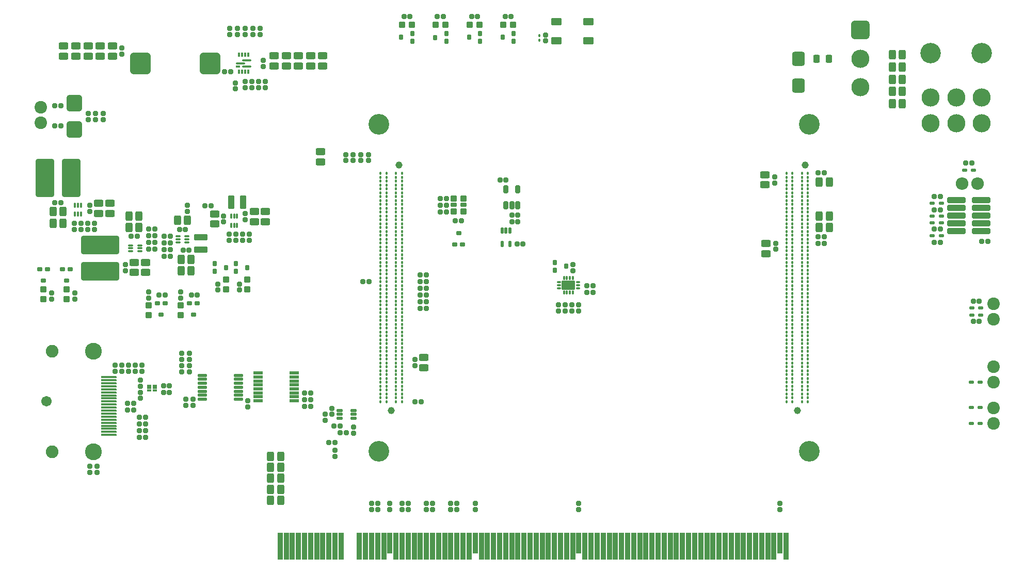
<source format=gts>
G04*
G04 #@! TF.GenerationSoftware,Altium Limited,Altium Designer,25.2.1 (25)*
G04*
G04 Layer_Color=8388736*
%FSLAX44Y44*%
%MOMM*%
G71*
G04*
G04 #@! TF.SameCoordinates,1675D247-2589-475D-A358-125397F96DBE*
G04*
G04*
G04 #@! TF.FilePolarity,Negative*
G04*
G01*
G75*
G04:AMPARAMS|DCode=52|XSize=1.0032mm|YSize=1.0032mm|CornerRadius=0.2016mm|HoleSize=0mm|Usage=FLASHONLY|Rotation=90.000|XOffset=0mm|YOffset=0mm|HoleType=Round|Shape=RoundedRectangle|*
%AMROUNDEDRECTD52*
21,1,1.0032,0.6000,0,0,90.0*
21,1,0.6000,1.0032,0,0,90.0*
1,1,0.4032,0.3000,0.3000*
1,1,0.4032,0.3000,-0.3000*
1,1,0.4032,-0.3000,-0.3000*
1,1,0.4032,-0.3000,0.3000*
%
%ADD52ROUNDEDRECTD52*%
G04:AMPARAMS|DCode=53|XSize=0.8032mm|YSize=0.9032mm|CornerRadius=0.1766mm|HoleSize=0mm|Usage=FLASHONLY|Rotation=90.000|XOffset=0mm|YOffset=0mm|HoleType=Round|Shape=RoundedRectangle|*
%AMROUNDEDRECTD53*
21,1,0.8032,0.5500,0,0,90.0*
21,1,0.4500,0.9032,0,0,90.0*
1,1,0.3532,0.2750,0.2250*
1,1,0.3532,0.2750,-0.2250*
1,1,0.3532,-0.2750,-0.2250*
1,1,0.3532,-0.2750,0.2250*
%
%ADD53ROUNDEDRECTD53*%
G04:AMPARAMS|DCode=54|XSize=0.8032mm|YSize=0.9032mm|CornerRadius=0.1766mm|HoleSize=0mm|Usage=FLASHONLY|Rotation=180.000|XOffset=0mm|YOffset=0mm|HoleType=Round|Shape=RoundedRectangle|*
%AMROUNDEDRECTD54*
21,1,0.8032,0.5500,0,0,180.0*
21,1,0.4500,0.9032,0,0,180.0*
1,1,0.3532,-0.2250,0.2750*
1,1,0.3532,0.2250,0.2750*
1,1,0.3532,0.2250,-0.2750*
1,1,0.3532,-0.2250,-0.2750*
%
%ADD54ROUNDEDRECTD54*%
G04:AMPARAMS|DCode=55|XSize=1.6032mm|YSize=1.1032mm|CornerRadius=0.2141mm|HoleSize=0mm|Usage=FLASHONLY|Rotation=270.000|XOffset=0mm|YOffset=0mm|HoleType=Round|Shape=RoundedRectangle|*
%AMROUNDEDRECTD55*
21,1,1.6032,0.6750,0,0,270.0*
21,1,1.1750,1.1032,0,0,270.0*
1,1,0.4282,-0.3375,-0.5875*
1,1,0.4282,-0.3375,0.5875*
1,1,0.4282,0.3375,0.5875*
1,1,0.4282,0.3375,-0.5875*
%
%ADD55ROUNDEDRECTD55*%
G04:AMPARAMS|DCode=56|XSize=1.0032mm|YSize=1.0032mm|CornerRadius=0.2016mm|HoleSize=0mm|Usage=FLASHONLY|Rotation=0.000|XOffset=0mm|YOffset=0mm|HoleType=Round|Shape=RoundedRectangle|*
%AMROUNDEDRECTD56*
21,1,1.0032,0.6000,0,0,0.0*
21,1,0.6000,1.0032,0,0,0.0*
1,1,0.4032,0.3000,-0.3000*
1,1,0.4032,-0.3000,-0.3000*
1,1,0.4032,-0.3000,0.3000*
1,1,0.4032,0.3000,0.3000*
%
%ADD56ROUNDEDRECTD56*%
G04:AMPARAMS|DCode=57|XSize=1.0532mm|YSize=1.2932mm|CornerRadius=0.2079mm|HoleSize=0mm|Usage=FLASHONLY|Rotation=180.000|XOffset=0mm|YOffset=0mm|HoleType=Round|Shape=RoundedRectangle|*
%AMROUNDEDRECTD57*
21,1,1.0532,0.8775,0,0,180.0*
21,1,0.6375,1.2932,0,0,180.0*
1,1,0.4157,-0.3188,0.4387*
1,1,0.4157,0.3188,0.4387*
1,1,0.4157,0.3188,-0.4387*
1,1,0.4157,-0.3188,-0.4387*
%
%ADD57ROUNDEDRECTD57*%
G04:AMPARAMS|DCode=58|XSize=2.5mm|YSize=0.38mm|CornerRadius=0.085mm|HoleSize=0mm|Usage=FLASHONLY|Rotation=0.000|XOffset=0mm|YOffset=0mm|HoleType=Round|Shape=RoundedRectangle|*
%AMROUNDEDRECTD58*
21,1,2.5000,0.2100,0,0,0.0*
21,1,2.3300,0.3800,0,0,0.0*
1,1,0.1700,1.1650,-0.1050*
1,1,0.1700,-1.1650,-0.1050*
1,1,0.1700,-1.1650,0.1050*
1,1,0.1700,1.1650,0.1050*
%
%ADD58ROUNDEDRECTD58*%
G04:AMPARAMS|DCode=59|XSize=2.9972mm|YSize=0.9398mm|CornerRadius=0.1937mm|HoleSize=0mm|Usage=FLASHONLY|Rotation=180.000|XOffset=0mm|YOffset=0mm|HoleType=Round|Shape=RoundedRectangle|*
%AMROUNDEDRECTD59*
21,1,2.9972,0.5525,0,0,180.0*
21,1,2.6098,0.9398,0,0,180.0*
1,1,0.3874,-1.3049,0.2762*
1,1,0.3874,1.3049,0.2762*
1,1,0.3874,1.3049,-0.2762*
1,1,0.3874,-1.3049,-0.2762*
%
%ADD59ROUNDEDRECTD59*%
G04:AMPARAMS|DCode=60|XSize=0.8032mm|YSize=0.7532mm|CornerRadius=0.1704mm|HoleSize=0mm|Usage=FLASHONLY|Rotation=0.000|XOffset=0mm|YOffset=0mm|HoleType=Round|Shape=RoundedRectangle|*
%AMROUNDEDRECTD60*
21,1,0.8032,0.4125,0,0,0.0*
21,1,0.4625,0.7532,0,0,0.0*
1,1,0.3407,0.2313,-0.2063*
1,1,0.3407,-0.2313,-0.2063*
1,1,0.3407,-0.2313,0.2063*
1,1,0.3407,0.2313,0.2063*
%
%ADD60ROUNDEDRECTD60*%
G04:AMPARAMS|DCode=61|XSize=0.8032mm|YSize=0.7532mm|CornerRadius=0.1704mm|HoleSize=0mm|Usage=FLASHONLY|Rotation=270.000|XOffset=0mm|YOffset=0mm|HoleType=Round|Shape=RoundedRectangle|*
%AMROUNDEDRECTD61*
21,1,0.8032,0.4125,0,0,270.0*
21,1,0.4625,0.7532,0,0,270.0*
1,1,0.3407,-0.2063,-0.2313*
1,1,0.3407,-0.2063,0.2313*
1,1,0.3407,0.2063,0.2313*
1,1,0.3407,0.2063,-0.2313*
%
%ADD61ROUNDEDRECTD61*%
G04:AMPARAMS|DCode=62|XSize=1.6032mm|YSize=1.1032mm|CornerRadius=0.2141mm|HoleSize=0mm|Usage=FLASHONLY|Rotation=180.000|XOffset=0mm|YOffset=0mm|HoleType=Round|Shape=RoundedRectangle|*
%AMROUNDEDRECTD62*
21,1,1.6032,0.6750,0,0,180.0*
21,1,1.1750,1.1032,0,0,180.0*
1,1,0.4282,-0.5875,0.3375*
1,1,0.4282,0.5875,0.3375*
1,1,0.4282,0.5875,-0.3375*
1,1,0.4282,-0.5875,-0.3375*
%
%ADD62ROUNDEDRECTD62*%
G04:AMPARAMS|DCode=63|XSize=0.8032mm|YSize=1.3032mm|CornerRadius=0.1766mm|HoleSize=0mm|Usage=FLASHONLY|Rotation=180.000|XOffset=0mm|YOffset=0mm|HoleType=Round|Shape=RoundedRectangle|*
%AMROUNDEDRECTD63*
21,1,0.8032,0.9500,0,0,180.0*
21,1,0.4500,1.3032,0,0,180.0*
1,1,0.3532,-0.2250,0.4750*
1,1,0.3532,0.2250,0.4750*
1,1,0.3532,0.2250,-0.4750*
1,1,0.3532,-0.2250,-0.4750*
%
%ADD63ROUNDEDRECTD63*%
G04:AMPARAMS|DCode=64|XSize=0.6mm|YSize=0.35mm|CornerRadius=0.0813mm|HoleSize=0mm|Usage=FLASHONLY|Rotation=270.000|XOffset=0mm|YOffset=0mm|HoleType=Round|Shape=RoundedRectangle|*
%AMROUNDEDRECTD64*
21,1,0.6000,0.1875,0,0,270.0*
21,1,0.4375,0.3500,0,0,270.0*
1,1,0.1625,-0.0938,-0.2188*
1,1,0.1625,-0.0938,0.2188*
1,1,0.1625,0.0938,0.2188*
1,1,0.1625,0.0938,-0.2188*
%
%ADD64ROUNDEDRECTD64*%
G04:AMPARAMS|DCode=65|XSize=0.6mm|YSize=0.35mm|CornerRadius=0.0813mm|HoleSize=0mm|Usage=FLASHONLY|Rotation=0.000|XOffset=0mm|YOffset=0mm|HoleType=Round|Shape=RoundedRectangle|*
%AMROUNDEDRECTD65*
21,1,0.6000,0.1875,0,0,0.0*
21,1,0.4375,0.3500,0,0,0.0*
1,1,0.1625,0.2188,-0.0938*
1,1,0.1625,-0.2188,-0.0938*
1,1,0.1625,-0.2188,0.0938*
1,1,0.1625,0.2188,0.0938*
%
%ADD65ROUNDEDRECTD65*%
G04:AMPARAMS|DCode=66|XSize=1.5mm|YSize=2.2mm|CornerRadius=0.085mm|HoleSize=0mm|Usage=FLASHONLY|Rotation=270.000|XOffset=0mm|YOffset=0mm|HoleType=Round|Shape=RoundedRectangle|*
%AMROUNDEDRECTD66*
21,1,1.5000,2.0300,0,0,270.0*
21,1,1.3300,2.2000,0,0,270.0*
1,1,0.1700,-1.0150,-0.6650*
1,1,0.1700,-1.0150,0.6650*
1,1,0.1700,1.0150,0.6650*
1,1,0.1700,1.0150,-0.6650*
%
%ADD66ROUNDEDRECTD66*%
G04:AMPARAMS|DCode=67|XSize=1.1mm|YSize=0.95mm|CornerRadius=0.1563mm|HoleSize=0mm|Usage=FLASHONLY|Rotation=90.000|XOffset=0mm|YOffset=0mm|HoleType=Round|Shape=RoundedRectangle|*
%AMROUNDEDRECTD67*
21,1,1.1000,0.6375,0,0,90.0*
21,1,0.7875,0.9500,0,0,90.0*
1,1,0.3125,0.3188,0.3938*
1,1,0.3125,0.3188,-0.3938*
1,1,0.3125,-0.3188,-0.3938*
1,1,0.3125,-0.3188,0.3938*
%
%ADD67ROUNDEDRECTD67*%
G04:AMPARAMS|DCode=68|XSize=0.7mm|YSize=0.95mm|CornerRadius=0.125mm|HoleSize=0mm|Usage=FLASHONLY|Rotation=90.000|XOffset=0mm|YOffset=0mm|HoleType=Round|Shape=RoundedRectangle|*
%AMROUNDEDRECTD68*
21,1,0.7000,0.7000,0,0,90.0*
21,1,0.4500,0.9500,0,0,90.0*
1,1,0.2500,0.3500,0.2250*
1,1,0.2500,0.3500,-0.2250*
1,1,0.2500,-0.3500,-0.2250*
1,1,0.2500,-0.3500,0.2250*
%
%ADD68ROUNDEDRECTD68*%
G04:AMPARAMS|DCode=69|XSize=0.5mm|YSize=1.05mm|CornerRadius=0.1mm|HoleSize=0mm|Usage=FLASHONLY|Rotation=180.000|XOffset=0mm|YOffset=0mm|HoleType=Round|Shape=RoundedRectangle|*
%AMROUNDEDRECTD69*
21,1,0.5000,0.8500,0,0,180.0*
21,1,0.3000,1.0500,0,0,180.0*
1,1,0.2000,-0.1500,0.4250*
1,1,0.2000,0.1500,0.4250*
1,1,0.2000,0.1500,-0.4250*
1,1,0.2000,-0.1500,-0.4250*
%
%ADD69ROUNDEDRECTD69*%
G04:AMPARAMS|DCode=70|XSize=0.77mm|YSize=0.5mm|CornerRadius=0.1mm|HoleSize=0mm|Usage=FLASHONLY|Rotation=0.000|XOffset=0mm|YOffset=0mm|HoleType=Round|Shape=RoundedRectangle|*
%AMROUNDEDRECTD70*
21,1,0.7700,0.3000,0,0,0.0*
21,1,0.5700,0.5000,0,0,0.0*
1,1,0.2000,0.2850,-0.1500*
1,1,0.2000,-0.2850,-0.1500*
1,1,0.2000,-0.2850,0.1500*
1,1,0.2000,0.2850,0.1500*
%
%ADD70ROUNDEDRECTD70*%
G04:AMPARAMS|DCode=71|XSize=2.3032mm|YSize=2.0032mm|CornerRadius=0.3266mm|HoleSize=0mm|Usage=FLASHONLY|Rotation=90.000|XOffset=0mm|YOffset=0mm|HoleType=Round|Shape=RoundedRectangle|*
%AMROUNDEDRECTD71*
21,1,2.3032,1.3500,0,0,90.0*
21,1,1.6500,2.0032,0,0,90.0*
1,1,0.6532,0.6750,0.8250*
1,1,0.6532,0.6750,-0.8250*
1,1,0.6532,-0.6750,-0.8250*
1,1,0.6532,-0.6750,0.8250*
%
%ADD71ROUNDEDRECTD71*%
G04:AMPARAMS|DCode=72|XSize=0.46mm|YSize=0.35mm|CornerRadius=0.0813mm|HoleSize=0mm|Usage=FLASHONLY|Rotation=270.000|XOffset=0mm|YOffset=0mm|HoleType=Round|Shape=RoundedRectangle|*
%AMROUNDEDRECTD72*
21,1,0.4600,0.1875,0,0,270.0*
21,1,0.2975,0.3500,0,0,270.0*
1,1,0.1625,-0.0938,-0.1487*
1,1,0.1625,-0.0938,0.1487*
1,1,0.1625,0.0938,0.1487*
1,1,0.1625,0.0938,-0.1487*
%
%ADD72ROUNDEDRECTD72*%
%ADD73C,0.4560*%
G04:AMPARAMS|DCode=74|XSize=3.3782mm|YSize=3.5032mm|CornerRadius=0.4985mm|HoleSize=0mm|Usage=FLASHONLY|Rotation=180.000|XOffset=0mm|YOffset=0mm|HoleType=Round|Shape=RoundedRectangle|*
%AMROUNDEDRECTD74*
21,1,3.3782,2.5063,0,0,180.0*
21,1,2.3813,3.5032,0,0,180.0*
1,1,0.9970,-1.1906,1.2531*
1,1,0.9970,1.1906,1.2531*
1,1,0.9970,1.1906,-1.2531*
1,1,0.9970,-1.1906,-1.2531*
%
%ADD74ROUNDEDRECTD74*%
G04:AMPARAMS|DCode=75|XSize=6.3232mm|YSize=3.1032mm|CornerRadius=0.4641mm|HoleSize=0mm|Usage=FLASHONLY|Rotation=270.000|XOffset=0mm|YOffset=0mm|HoleType=Round|Shape=RoundedRectangle|*
%AMROUNDEDRECTD75*
21,1,6.3232,2.1750,0,0,270.0*
21,1,5.3950,3.1032,0,0,270.0*
1,1,0.9282,-1.0875,-2.6975*
1,1,0.9282,-1.0875,2.6975*
1,1,0.9282,1.0875,2.6975*
1,1,0.9282,1.0875,-2.6975*
%
%ADD75ROUNDEDRECTD75*%
G04:AMPARAMS|DCode=76|XSize=6.3232mm|YSize=3.1032mm|CornerRadius=0.4641mm|HoleSize=0mm|Usage=FLASHONLY|Rotation=0.000|XOffset=0mm|YOffset=0mm|HoleType=Round|Shape=RoundedRectangle|*
%AMROUNDEDRECTD76*
21,1,6.3232,2.1750,0,0,0.0*
21,1,5.3950,3.1032,0,0,0.0*
1,1,0.9282,2.6975,-1.0875*
1,1,0.9282,-2.6975,-1.0875*
1,1,0.9282,-2.6975,1.0875*
1,1,0.9282,2.6975,1.0875*
%
%ADD76ROUNDEDRECTD76*%
G04:AMPARAMS|DCode=77|XSize=1.0032mm|YSize=2.2032mm|CornerRadius=0.2016mm|HoleSize=0mm|Usage=FLASHONLY|Rotation=270.000|XOffset=0mm|YOffset=0mm|HoleType=Round|Shape=RoundedRectangle|*
%AMROUNDEDRECTD77*
21,1,1.0032,1.8000,0,0,270.0*
21,1,0.6000,2.2032,0,0,270.0*
1,1,0.4032,-0.9000,-0.3000*
1,1,0.4032,-0.9000,0.3000*
1,1,0.4032,0.9000,0.3000*
1,1,0.4032,0.9000,-0.3000*
%
%ADD77ROUNDEDRECTD77*%
G04:AMPARAMS|DCode=78|XSize=1.0032mm|YSize=2.2032mm|CornerRadius=0.2016mm|HoleSize=0mm|Usage=FLASHONLY|Rotation=0.000|XOffset=0mm|YOffset=0mm|HoleType=Round|Shape=RoundedRectangle|*
%AMROUNDEDRECTD78*
21,1,1.0032,1.8000,0,0,0.0*
21,1,0.6000,2.2032,0,0,0.0*
1,1,0.4032,0.3000,-0.9000*
1,1,0.4032,-0.3000,-0.9000*
1,1,0.4032,-0.3000,0.9000*
1,1,0.4032,0.3000,0.9000*
%
%ADD78ROUNDEDRECTD78*%
G04:AMPARAMS|DCode=79|XSize=1.7532mm|YSize=1.2032mm|CornerRadius=0.2266mm|HoleSize=0mm|Usage=FLASHONLY|Rotation=0.000|XOffset=0mm|YOffset=0mm|HoleType=Round|Shape=RoundedRectangle|*
%AMROUNDEDRECTD79*
21,1,1.7532,0.7500,0,0,0.0*
21,1,1.3000,1.2032,0,0,0.0*
1,1,0.4532,0.6500,-0.3750*
1,1,0.4532,-0.6500,-0.3750*
1,1,0.4532,-0.6500,0.3750*
1,1,0.4532,0.6500,0.3750*
%
%ADD79ROUNDEDRECTD79*%
G04:AMPARAMS|DCode=80|XSize=2.7032mm|YSize=2.5032mm|CornerRadius=0.3891mm|HoleSize=0mm|Usage=FLASHONLY|Rotation=270.000|XOffset=0mm|YOffset=0mm|HoleType=Round|Shape=RoundedRectangle|*
%AMROUNDEDRECTD80*
21,1,2.7032,1.7250,0,0,270.0*
21,1,1.9250,2.5032,0,0,270.0*
1,1,0.7782,-0.8625,-0.9625*
1,1,0.7782,-0.8625,0.9625*
1,1,0.7782,0.8625,0.9625*
1,1,0.7782,0.8625,-0.9625*
%
%ADD80ROUNDEDRECTD80*%
G04:AMPARAMS|DCode=81|XSize=0.35mm|YSize=0.7mm|CornerRadius=0.0813mm|HoleSize=0mm|Usage=FLASHONLY|Rotation=180.000|XOffset=0mm|YOffset=0mm|HoleType=Round|Shape=RoundedRectangle|*
%AMROUNDEDRECTD81*
21,1,0.3500,0.5375,0,0,180.0*
21,1,0.1875,0.7000,0,0,180.0*
1,1,0.1625,-0.0938,0.2688*
1,1,0.1625,0.0938,0.2688*
1,1,0.1625,0.0938,-0.2688*
1,1,0.1625,-0.0938,-0.2688*
%
%ADD81ROUNDEDRECTD81*%
G04:AMPARAMS|DCode=82|XSize=0.35mm|YSize=0.7mm|CornerRadius=0.0813mm|HoleSize=0mm|Usage=FLASHONLY|Rotation=270.000|XOffset=0mm|YOffset=0mm|HoleType=Round|Shape=RoundedRectangle|*
%AMROUNDEDRECTD82*
21,1,0.3500,0.5375,0,0,270.0*
21,1,0.1875,0.7000,0,0,270.0*
1,1,0.1625,-0.2688,-0.0938*
1,1,0.1625,-0.2688,0.0938*
1,1,0.1625,0.2688,0.0938*
1,1,0.1625,0.2688,-0.0938*
%
%ADD82ROUNDEDRECTD82*%
G04:AMPARAMS|DCode=83|XSize=0.35mm|YSize=1.5mm|CornerRadius=0.0813mm|HoleSize=0mm|Usage=FLASHONLY|Rotation=270.000|XOffset=0mm|YOffset=0mm|HoleType=Round|Shape=RoundedRectangle|*
%AMROUNDEDRECTD83*
21,1,0.3500,1.3375,0,0,270.0*
21,1,0.1875,1.5000,0,0,270.0*
1,1,0.1625,-0.6688,-0.0938*
1,1,0.1625,-0.6688,0.0938*
1,1,0.1625,0.6688,0.0938*
1,1,0.1625,0.6688,-0.0938*
%
%ADD83ROUNDEDRECTD83*%
G04:AMPARAMS|DCode=84|XSize=0.4mm|YSize=0.77mm|CornerRadius=0.0875mm|HoleSize=0mm|Usage=FLASHONLY|Rotation=0.000|XOffset=0mm|YOffset=0mm|HoleType=Round|Shape=RoundedRectangle|*
%AMROUNDEDRECTD84*
21,1,0.4000,0.5950,0,0,0.0*
21,1,0.2250,0.7700,0,0,0.0*
1,1,0.1750,0.1125,-0.2975*
1,1,0.1750,-0.1125,-0.2975*
1,1,0.1750,-0.1125,0.2975*
1,1,0.1750,0.1125,0.2975*
%
%ADD84ROUNDEDRECTD84*%
G04:AMPARAMS|DCode=85|XSize=0.4mm|YSize=0.77mm|CornerRadius=0.0875mm|HoleSize=0mm|Usage=FLASHONLY|Rotation=270.000|XOffset=0mm|YOffset=0mm|HoleType=Round|Shape=RoundedRectangle|*
%AMROUNDEDRECTD85*
21,1,0.4000,0.5950,0,0,270.0*
21,1,0.2250,0.7700,0,0,270.0*
1,1,0.1750,-0.2975,-0.1125*
1,1,0.1750,-0.2975,0.1125*
1,1,0.1750,0.2975,0.1125*
1,1,0.1750,0.2975,-0.1125*
%
%ADD85ROUNDEDRECTD85*%
G04:AMPARAMS|DCode=86|XSize=1.575mm|YSize=0.55mm|CornerRadius=0.1063mm|HoleSize=0mm|Usage=FLASHONLY|Rotation=180.000|XOffset=0mm|YOffset=0mm|HoleType=Round|Shape=RoundedRectangle|*
%AMROUNDEDRECTD86*
21,1,1.5750,0.3375,0,0,180.0*
21,1,1.3625,0.5500,0,0,180.0*
1,1,0.2125,-0.6813,0.1688*
1,1,0.2125,0.6813,0.1688*
1,1,0.2125,0.6813,-0.1688*
1,1,0.2125,-0.6813,-0.1688*
%
%ADD86ROUNDEDRECTD86*%
G04:AMPARAMS|DCode=87|XSize=0.55mm|YSize=1.5mm|CornerRadius=0.1063mm|HoleSize=0mm|Usage=FLASHONLY|Rotation=270.000|XOffset=0mm|YOffset=0mm|HoleType=Round|Shape=RoundedRectangle|*
%AMROUNDEDRECTD87*
21,1,0.5500,1.2875,0,0,270.0*
21,1,0.3375,1.5000,0,0,270.0*
1,1,0.2125,-0.6438,-0.1688*
1,1,0.2125,-0.6438,0.1688*
1,1,0.2125,0.6438,0.1688*
1,1,0.2125,0.6438,-0.1688*
%
%ADD87ROUNDEDRECTD87*%
G04:AMPARAMS|DCode=88|XSize=0.7mm|YSize=0.3mm|CornerRadius=0.075mm|HoleSize=0mm|Usage=FLASHONLY|Rotation=180.000|XOffset=0mm|YOffset=0mm|HoleType=Round|Shape=RoundedRectangle|*
%AMROUNDEDRECTD88*
21,1,0.7000,0.1500,0,0,180.0*
21,1,0.5500,0.3000,0,0,180.0*
1,1,0.1500,-0.2750,0.0750*
1,1,0.1500,0.2750,0.0750*
1,1,0.1500,0.2750,-0.0750*
1,1,0.1500,-0.2750,-0.0750*
%
%ADD88ROUNDEDRECTD88*%
G04:AMPARAMS|DCode=89|XSize=0.5mm|YSize=0.95mm|CornerRadius=0.1mm|HoleSize=0mm|Usage=FLASHONLY|Rotation=270.000|XOffset=0mm|YOffset=0mm|HoleType=Round|Shape=RoundedRectangle|*
%AMROUNDEDRECTD89*
21,1,0.5000,0.7500,0,0,270.0*
21,1,0.3000,0.9500,0,0,270.0*
1,1,0.2000,-0.3750,-0.1500*
1,1,0.2000,-0.3750,0.1500*
1,1,0.2000,0.3750,0.1500*
1,1,0.2000,0.3750,-0.1500*
%
%ADD89ROUNDEDRECTD89*%
%ADD90R,0.9032X4.4032*%
%ADD91R,0.9032X3.4032*%
%ADD92O,2.0532X2.0632*%
%ADD93O,2.0632X2.0532*%
%ADD94C,2.7682*%
%ADD95C,1.7032*%
%ADD96C,2.0782*%
%ADD97C,3.3532*%
%ADD98C,2.9782*%
%ADD99C,1.1500*%
%ADD100C,3.4000*%
G04:AMPARAMS|DCode=101|XSize=2.9782mm|YSize=2.9782mm|CornerRadius=0.4485mm|HoleSize=0mm|Usage=FLASHONLY|Rotation=270.000|XOffset=0mm|YOffset=0mm|HoleType=Round|Shape=RoundedRectangle|*
%AMROUNDEDRECTD101*
21,1,2.9782,2.0812,0,0,270.0*
21,1,2.0812,2.9782,0,0,270.0*
1,1,0.8970,-1.0406,-1.0406*
1,1,0.8970,-1.0406,1.0406*
1,1,0.8970,1.0406,1.0406*
1,1,0.8970,1.0406,-1.0406*
%
%ADD101ROUNDEDRECTD101*%
D52*
X204000Y414000D02*
D03*
Y430000D02*
D03*
X257000Y414000D02*
D03*
Y430000D02*
D03*
X331250Y472000D02*
D03*
Y456000D02*
D03*
X366250Y472000D02*
D03*
Y456000D02*
D03*
X32000Y456000D02*
D03*
Y440000D02*
D03*
X70000Y456000D02*
D03*
Y440000D02*
D03*
D53*
X910000Y95000D02*
D03*
Y105000D02*
D03*
X1240000Y95000D02*
D03*
Y105000D02*
D03*
X362510Y884830D02*
D03*
Y874830D02*
D03*
X373500Y787500D02*
D03*
Y797500D02*
D03*
X375010Y874830D02*
D03*
Y884830D02*
D03*
X387510D02*
D03*
Y874830D02*
D03*
X82530Y554270D02*
D03*
Y564270D02*
D03*
X104530Y554270D02*
D03*
Y564270D02*
D03*
X115530D02*
D03*
Y554270D02*
D03*
X336500Y536750D02*
D03*
Y546750D02*
D03*
X367000Y273000D02*
D03*
Y263000D02*
D03*
X384500Y797500D02*
D03*
Y787500D02*
D03*
X358500Y536750D02*
D03*
Y546750D02*
D03*
X369500D02*
D03*
Y536750D02*
D03*
X600000Y95000D02*
D03*
Y105000D02*
D03*
X740000Y95000D02*
D03*
Y105000D02*
D03*
X494250Y241000D02*
D03*
Y251000D02*
D03*
X505250Y251000D02*
D03*
Y261000D02*
D03*
X271000Y351500D02*
D03*
Y341500D02*
D03*
X258500D02*
D03*
Y351500D02*
D03*
X350010Y884830D02*
D03*
Y874830D02*
D03*
X392510Y822330D02*
D03*
Y832330D02*
D03*
X160010Y842330D02*
D03*
Y852330D02*
D03*
X346510Y795330D02*
D03*
Y785330D02*
D03*
X337510Y874830D02*
D03*
Y884830D02*
D03*
X93530Y554270D02*
D03*
Y564270D02*
D03*
X107530Y594270D02*
D03*
Y584270D02*
D03*
X165816Y487110D02*
D03*
Y497110D02*
D03*
X347500Y536750D02*
D03*
Y546750D02*
D03*
X327500Y576750D02*
D03*
Y566750D02*
D03*
X362500Y580750D02*
D03*
Y570750D02*
D03*
X540000Y667500D02*
D03*
Y677500D02*
D03*
X527500Y667500D02*
D03*
Y677500D02*
D03*
X552500Y667500D02*
D03*
Y677500D02*
D03*
X565000Y667500D02*
D03*
Y677500D02*
D03*
X570000Y95000D02*
D03*
Y105000D02*
D03*
X580000Y95000D02*
D03*
Y105000D02*
D03*
X620000Y95000D02*
D03*
Y105000D02*
D03*
X630000Y95000D02*
D03*
Y105000D02*
D03*
X660000Y95000D02*
D03*
Y105000D02*
D03*
X670000Y95000D02*
D03*
Y105000D02*
D03*
X700000Y95000D02*
D03*
Y105000D02*
D03*
X710000Y95000D02*
D03*
Y105000D02*
D03*
X160000Y322000D02*
D03*
Y332000D02*
D03*
X641000Y331000D02*
D03*
Y341000D02*
D03*
X193000Y322000D02*
D03*
Y332000D02*
D03*
X1233000Y532000D02*
D03*
Y522000D02*
D03*
X1231000Y641000D02*
D03*
Y631000D02*
D03*
X277000Y276000D02*
D03*
Y266000D02*
D03*
X265000Y276000D02*
D03*
Y266000D02*
D03*
X182000Y322000D02*
D03*
Y332000D02*
D03*
X540250Y230000D02*
D03*
Y220000D02*
D03*
X149000Y322000D02*
D03*
Y332000D02*
D03*
X108000Y166000D02*
D03*
Y156000D02*
D03*
X130000Y745000D02*
D03*
Y735000D02*
D03*
X117500Y745000D02*
D03*
Y735000D02*
D03*
X105000Y745000D02*
D03*
Y735000D02*
D03*
X855500Y864000D02*
D03*
Y874000D02*
D03*
X362505Y787505D02*
D03*
Y797505D02*
D03*
X395670Y787510D02*
D03*
Y797510D02*
D03*
X268000Y594000D02*
D03*
Y584000D02*
D03*
X510000Y181810D02*
D03*
Y191810D02*
D03*
X120000Y166000D02*
D03*
Y156000D02*
D03*
X318000Y465000D02*
D03*
Y455000D02*
D03*
X353000Y465000D02*
D03*
Y455000D02*
D03*
X45000Y450000D02*
D03*
Y440000D02*
D03*
X83000Y450000D02*
D03*
Y440000D02*
D03*
X271000Y331000D02*
D03*
Y321000D02*
D03*
X258500Y331000D02*
D03*
Y321000D02*
D03*
X191000Y307250D02*
D03*
Y297250D02*
D03*
Y287250D02*
D03*
Y277250D02*
D03*
X171000Y322000D02*
D03*
Y332000D02*
D03*
X257000Y452000D02*
D03*
Y442000D02*
D03*
X876500Y431000D02*
D03*
Y421000D02*
D03*
X900500Y497000D02*
D03*
Y487000D02*
D03*
X887500Y431000D02*
D03*
Y421000D02*
D03*
X909500Y431000D02*
D03*
Y421000D02*
D03*
X898500Y431000D02*
D03*
Y421000D02*
D03*
X204000Y442000D02*
D03*
Y452000D02*
D03*
D54*
X214315Y522110D02*
D03*
X204315D02*
D03*
X214315Y544110D02*
D03*
X204315D02*
D03*
Y555110D02*
D03*
X214315D02*
D03*
X229780Y543539D02*
D03*
X239780D02*
D03*
X229780Y521539D02*
D03*
X239780D02*
D03*
X518250Y232000D02*
D03*
X508250D02*
D03*
X800000Y567000D02*
D03*
X810000D02*
D03*
X808500Y530500D02*
D03*
X818500D02*
D03*
X800000Y578500D02*
D03*
X810000D02*
D03*
X790500Y635500D02*
D03*
X780500D02*
D03*
X693046Y583174D02*
D03*
X683046D02*
D03*
X923000Y451000D02*
D03*
X933000D02*
D03*
X923000Y462000D02*
D03*
X933000D02*
D03*
X239780Y510539D02*
D03*
X229780D02*
D03*
X1557000Y403500D02*
D03*
X1567000D02*
D03*
X566000Y469000D02*
D03*
X556000D02*
D03*
X518250Y221000D02*
D03*
X528250D02*
D03*
X510000Y204500D02*
D03*
X500000D02*
D03*
X214315Y533110D02*
D03*
X204315D02*
D03*
X175315Y543610D02*
D03*
X185315D02*
D03*
X50530Y598770D02*
D03*
X60530D02*
D03*
X229780Y532539D02*
D03*
X239780D02*
D03*
X264780Y554539D02*
D03*
X254780D02*
D03*
X270780Y520539D02*
D03*
X260780D02*
D03*
X650000Y436000D02*
D03*
X660000D02*
D03*
X238500Y286750D02*
D03*
X228500D02*
D03*
X238500Y297750D02*
D03*
X228500D02*
D03*
X199500Y213250D02*
D03*
X189500D02*
D03*
X199500Y224250D02*
D03*
X189500D02*
D03*
X199500Y235250D02*
D03*
X189500D02*
D03*
X199500Y246250D02*
D03*
X189500D02*
D03*
X1571000Y535000D02*
D03*
X1581000D02*
D03*
X1302500Y543000D02*
D03*
X1312500D02*
D03*
X1302500Y647500D02*
D03*
X1312500D02*
D03*
X1302500Y531500D02*
D03*
X1312500D02*
D03*
X470000Y275000D02*
D03*
X460000D02*
D03*
Y286000D02*
D03*
X470000D02*
D03*
X460000Y264000D02*
D03*
X470000D02*
D03*
X1545000Y664000D02*
D03*
X1555000D02*
D03*
X297000Y593000D02*
D03*
X307000D02*
D03*
X650000Y480000D02*
D03*
X660000D02*
D03*
X650000Y469000D02*
D03*
X660000D02*
D03*
X650000Y458000D02*
D03*
X660000D02*
D03*
X650000Y447000D02*
D03*
X660000D02*
D03*
X641000Y271750D02*
D03*
X651000D02*
D03*
X660000Y425000D02*
D03*
X650000D02*
D03*
X1557000Y436500D02*
D03*
X1567000D02*
D03*
X50000Y757500D02*
D03*
X60000D02*
D03*
X50000Y725000D02*
D03*
X60000D02*
D03*
X339000Y813250D02*
D03*
X329000D02*
D03*
X170000Y258000D02*
D03*
X180000D02*
D03*
X170000Y269000D02*
D03*
X180000D02*
D03*
X1493000Y533500D02*
D03*
X1503000D02*
D03*
X1493000Y555000D02*
D03*
X1503000D02*
D03*
X1493000Y587000D02*
D03*
X1503000D02*
D03*
X1493000Y608500D02*
D03*
X1503000D02*
D03*
X221500Y447000D02*
D03*
X231500D02*
D03*
X274236D02*
D03*
X284236D02*
D03*
X623000Y904000D02*
D03*
X633000D02*
D03*
X678000D02*
D03*
X688000D02*
D03*
X734000D02*
D03*
X744000D02*
D03*
X789000D02*
D03*
X799000D02*
D03*
X707046Y569174D02*
D03*
X717046D02*
D03*
X693046Y605174D02*
D03*
X683046D02*
D03*
X693046Y594174D02*
D03*
X683046D02*
D03*
D55*
X404250Y182000D02*
D03*
X420750D02*
D03*
X404250Y164000D02*
D03*
X420750D02*
D03*
X404250Y146000D02*
D03*
X420750D02*
D03*
X404250Y128000D02*
D03*
X420750D02*
D03*
X404250Y110000D02*
D03*
X420750D02*
D03*
X188566Y576110D02*
D03*
X172066D02*
D03*
X188566Y558110D02*
D03*
X172066D02*
D03*
X63780Y583770D02*
D03*
X47280D02*
D03*
X251530Y569539D02*
D03*
X268030D02*
D03*
X257530Y505539D02*
D03*
X274030D02*
D03*
X1424270Y761060D02*
D03*
X1440770D02*
D03*
X1424270Y781060D02*
D03*
X1440770D02*
D03*
X1424270Y801060D02*
D03*
X1440770D02*
D03*
X1424270Y821060D02*
D03*
X1440770D02*
D03*
X1424270Y841060D02*
D03*
X1440770D02*
D03*
X63780Y565000D02*
D03*
X47280D02*
D03*
X257530Y487000D02*
D03*
X274030D02*
D03*
X1320750Y558000D02*
D03*
X1304250D02*
D03*
X1320750Y632500D02*
D03*
X1304250D02*
D03*
X1320750Y576500D02*
D03*
X1304250D02*
D03*
D56*
X620000Y891000D02*
D03*
X636000D02*
D03*
X675000D02*
D03*
X691000D02*
D03*
X731000D02*
D03*
X747000D02*
D03*
X786000D02*
D03*
X802000D02*
D03*
D57*
X1299950Y835000D02*
D03*
X1320050D02*
D03*
D58*
X139500Y217250D02*
D03*
Y222250D02*
D03*
Y227250D02*
D03*
Y232250D02*
D03*
Y237250D02*
D03*
Y242250D02*
D03*
Y247250D02*
D03*
Y252250D02*
D03*
Y257250D02*
D03*
Y262250D02*
D03*
Y267250D02*
D03*
Y272250D02*
D03*
Y277250D02*
D03*
Y282250D02*
D03*
Y287250D02*
D03*
Y292250D02*
D03*
Y297250D02*
D03*
Y302250D02*
D03*
Y307250D02*
D03*
Y312250D02*
D03*
D59*
X1570320Y551850D02*
D03*
X1529680D02*
D03*
X1570320Y564550D02*
D03*
X1529680D02*
D03*
X1570320Y577250D02*
D03*
X1529680D02*
D03*
X1570320Y589950D02*
D03*
X1529680D02*
D03*
X1570320Y602650D02*
D03*
X1529680D02*
D03*
D60*
X225000Y414626D02*
D03*
X218500Y433126D02*
D03*
X231500D02*
D03*
X277736Y414626D02*
D03*
X271236Y433126D02*
D03*
X284236D02*
D03*
X713000Y548250D02*
D03*
X719500Y529750D02*
D03*
X706500D02*
D03*
X32000Y470750D02*
D03*
X25500Y489250D02*
D03*
X38500D02*
D03*
X69500Y470500D02*
D03*
X63000Y489000D02*
D03*
X76000D02*
D03*
D61*
X618750Y870000D02*
D03*
X637250Y876500D02*
D03*
Y863500D02*
D03*
X674000Y869750D02*
D03*
X692500Y876250D02*
D03*
Y863250D02*
D03*
X729750Y870000D02*
D03*
X748250Y876500D02*
D03*
Y863500D02*
D03*
X784750Y870000D02*
D03*
X803250Y876500D02*
D03*
Y863500D02*
D03*
X889250Y494000D02*
D03*
X870750Y487500D02*
D03*
Y500500D02*
D03*
X331250Y492000D02*
D03*
X312750Y485500D02*
D03*
Y498500D02*
D03*
X366250Y492000D02*
D03*
X347750Y485500D02*
D03*
Y498500D02*
D03*
D62*
X489970Y839720D02*
D03*
Y823220D02*
D03*
X469970Y839720D02*
D03*
Y823220D02*
D03*
X449970Y839720D02*
D03*
Y823220D02*
D03*
X429970Y839720D02*
D03*
Y823220D02*
D03*
X409970Y839720D02*
D03*
Y823220D02*
D03*
X145010Y855580D02*
D03*
Y839080D02*
D03*
X125010Y855580D02*
D03*
Y839080D02*
D03*
X105010Y855580D02*
D03*
Y839080D02*
D03*
X85010Y855580D02*
D03*
Y839080D02*
D03*
X65010Y855580D02*
D03*
Y839080D02*
D03*
X140530Y581020D02*
D03*
Y597520D02*
D03*
X122530Y581020D02*
D03*
Y597520D02*
D03*
X180816Y500360D02*
D03*
Y483860D02*
D03*
X312500Y563500D02*
D03*
Y580000D02*
D03*
X377500Y567500D02*
D03*
Y584000D02*
D03*
X199000Y500360D02*
D03*
Y483860D02*
D03*
X396000Y567500D02*
D03*
Y584000D02*
D03*
X486000Y682250D02*
D03*
Y665750D02*
D03*
X656000Y344250D02*
D03*
Y327750D02*
D03*
X1217000Y514750D02*
D03*
Y531250D02*
D03*
X1215000Y627750D02*
D03*
Y644250D02*
D03*
D63*
X790500Y620500D02*
D03*
X809500D02*
D03*
Y594500D02*
D03*
X800000D02*
D03*
X790500D02*
D03*
D64*
X900500Y475000D02*
D03*
X895500D02*
D03*
X890500D02*
D03*
X885500D02*
D03*
Y451000D02*
D03*
X890500D02*
D03*
X895500D02*
D03*
X900500D02*
D03*
D65*
X877500Y468000D02*
D03*
X877500Y463000D02*
D03*
X877500Y458000D02*
D03*
X908500Y463000D02*
D03*
X908500Y468000D02*
D03*
Y458000D02*
D03*
D66*
X893000Y463000D02*
D03*
D67*
X705046Y584423D02*
D03*
Y605424D02*
D03*
X721046D02*
D03*
Y584423D02*
D03*
D68*
X705046Y594924D02*
D03*
X721046D02*
D03*
D69*
X797000Y530500D02*
D03*
X784000D02*
D03*
Y552500D02*
D03*
X790500D02*
D03*
X797000D02*
D03*
D70*
X1554587Y425574D02*
D03*
X1569387D02*
D03*
X1553600Y236000D02*
D03*
X1568400D02*
D03*
X1553600Y262000D02*
D03*
X1568400D02*
D03*
X1554587Y414174D02*
D03*
X1569387D02*
D03*
X1553600Y303550D02*
D03*
X1568400D02*
D03*
X1489600Y544250D02*
D03*
X1504400D02*
D03*
X1489600Y565750D02*
D03*
X1504400D02*
D03*
X1489600Y576250D02*
D03*
X1504400D02*
D03*
X1489600Y597750D02*
D03*
X1504400D02*
D03*
X1557400Y652000D02*
D03*
X1542600D02*
D03*
D71*
X1270000Y790500D02*
D03*
Y834500D02*
D03*
D72*
X845000Y864800D02*
D03*
Y873200D02*
D03*
D73*
X1285750Y512975D02*
D03*
Y519325D02*
D03*
Y601875D02*
D03*
Y620925D02*
D03*
Y278025D02*
D03*
Y271675D02*
D03*
Y290725D02*
D03*
X1276150Y271675D02*
D03*
Y360575D02*
D03*
X1285750Y430425D02*
D03*
Y436775D02*
D03*
X1276150D02*
D03*
Y430425D02*
D03*
Y424075D02*
D03*
Y411375D02*
D03*
Y405025D02*
D03*
Y417725D02*
D03*
Y398675D02*
D03*
Y392325D02*
D03*
Y385975D02*
D03*
Y379625D02*
D03*
X1285750Y646325D02*
D03*
Y595525D02*
D03*
Y589175D02*
D03*
Y582825D02*
D03*
Y576475D02*
D03*
Y570125D02*
D03*
Y563775D02*
D03*
Y557425D02*
D03*
Y551075D02*
D03*
Y544725D02*
D03*
Y532025D02*
D03*
Y614575D02*
D03*
Y608225D02*
D03*
X1276150Y335175D02*
D03*
X1285750Y309775D02*
D03*
Y316125D02*
D03*
X1276150Y328825D02*
D03*
Y322475D02*
D03*
Y316125D02*
D03*
Y309775D02*
D03*
Y290725D02*
D03*
Y284375D02*
D03*
Y303425D02*
D03*
Y297075D02*
D03*
Y278025D02*
D03*
X1285750Y284375D02*
D03*
Y297075D02*
D03*
Y639975D02*
D03*
Y633625D02*
D03*
Y627275D02*
D03*
X1276150Y646325D02*
D03*
Y639975D02*
D03*
Y633625D02*
D03*
Y627275D02*
D03*
X1285750Y303425D02*
D03*
Y322475D02*
D03*
Y328825D02*
D03*
Y335175D02*
D03*
Y341525D02*
D03*
Y347875D02*
D03*
Y443125D02*
D03*
Y449475D02*
D03*
Y455825D02*
D03*
X1276150D02*
D03*
Y449475D02*
D03*
Y443125D02*
D03*
X1285750Y506625D02*
D03*
Y500275D02*
D03*
Y493925D02*
D03*
Y487575D02*
D03*
Y481225D02*
D03*
Y474875D02*
D03*
Y468525D02*
D03*
Y462175D02*
D03*
X1276150Y493925D02*
D03*
Y487575D02*
D03*
Y474875D02*
D03*
Y468525D02*
D03*
Y462175D02*
D03*
Y500275D02*
D03*
Y481225D02*
D03*
Y373275D02*
D03*
Y366925D02*
D03*
Y354225D02*
D03*
Y347875D02*
D03*
Y341525D02*
D03*
X1285750Y424075D02*
D03*
Y417725D02*
D03*
Y411375D02*
D03*
Y405025D02*
D03*
Y398675D02*
D03*
Y392325D02*
D03*
Y385975D02*
D03*
Y379625D02*
D03*
Y366925D02*
D03*
Y360575D02*
D03*
Y373275D02*
D03*
Y354225D02*
D03*
X1250750Y538375D02*
D03*
Y532025D02*
D03*
Y608225D02*
D03*
Y601875D02*
D03*
Y595525D02*
D03*
Y589175D02*
D03*
Y576475D02*
D03*
Y570125D02*
D03*
Y563775D02*
D03*
Y582825D02*
D03*
Y557425D02*
D03*
Y551075D02*
D03*
Y544725D02*
D03*
X1285750Y525675D02*
D03*
Y538375D02*
D03*
X1276150D02*
D03*
Y532025D02*
D03*
Y525675D02*
D03*
Y519325D02*
D03*
Y512975D02*
D03*
Y506625D02*
D03*
X1260350Y601875D02*
D03*
Y582825D02*
D03*
Y595525D02*
D03*
Y589175D02*
D03*
Y576475D02*
D03*
Y570125D02*
D03*
Y563775D02*
D03*
Y557425D02*
D03*
Y551075D02*
D03*
Y544725D02*
D03*
Y608225D02*
D03*
X1276150Y576475D02*
D03*
Y620925D02*
D03*
Y614575D02*
D03*
Y608225D02*
D03*
Y601875D02*
D03*
Y595525D02*
D03*
Y589175D02*
D03*
Y570125D02*
D03*
Y563775D02*
D03*
Y582825D02*
D03*
Y557425D02*
D03*
Y551075D02*
D03*
Y544725D02*
D03*
X1250750Y646325D02*
D03*
Y639975D02*
D03*
Y633625D02*
D03*
Y627275D02*
D03*
Y620925D02*
D03*
Y614575D02*
D03*
X1260350Y646325D02*
D03*
Y639975D02*
D03*
Y633625D02*
D03*
Y620925D02*
D03*
Y627275D02*
D03*
Y614575D02*
D03*
X1250750Y506625D02*
D03*
Y525675D02*
D03*
Y519325D02*
D03*
Y512975D02*
D03*
X1260350Y532025D02*
D03*
Y525675D02*
D03*
Y538375D02*
D03*
Y519325D02*
D03*
Y512975D02*
D03*
Y506625D02*
D03*
X1250750Y500275D02*
D03*
Y468525D02*
D03*
Y493925D02*
D03*
Y487575D02*
D03*
Y481225D02*
D03*
Y474875D02*
D03*
Y462175D02*
D03*
Y455825D02*
D03*
Y449475D02*
D03*
Y443125D02*
D03*
Y436775D02*
D03*
Y430425D02*
D03*
Y424075D02*
D03*
X1260350Y398675D02*
D03*
Y417725D02*
D03*
Y411375D02*
D03*
Y405025D02*
D03*
Y385975D02*
D03*
Y379625D02*
D03*
Y373275D02*
D03*
Y366925D02*
D03*
Y360575D02*
D03*
Y392325D02*
D03*
Y271675D02*
D03*
X1250750D02*
D03*
Y278025D02*
D03*
X1260350D02*
D03*
X1250750Y417725D02*
D03*
Y398675D02*
D03*
Y411375D02*
D03*
Y405025D02*
D03*
Y392325D02*
D03*
Y385975D02*
D03*
Y379625D02*
D03*
Y373275D02*
D03*
Y366925D02*
D03*
Y360575D02*
D03*
Y347875D02*
D03*
Y341525D02*
D03*
Y335175D02*
D03*
X1260350Y500275D02*
D03*
Y462175D02*
D03*
Y493925D02*
D03*
Y487575D02*
D03*
Y481225D02*
D03*
Y474875D02*
D03*
Y468525D02*
D03*
Y449475D02*
D03*
Y443125D02*
D03*
Y455825D02*
D03*
Y436775D02*
D03*
Y430425D02*
D03*
Y424075D02*
D03*
X1250750Y354225D02*
D03*
Y316125D02*
D03*
Y328825D02*
D03*
Y322475D02*
D03*
Y309775D02*
D03*
Y303425D02*
D03*
Y297075D02*
D03*
Y290725D02*
D03*
Y284375D02*
D03*
X1260350Y354225D02*
D03*
Y309775D02*
D03*
Y347875D02*
D03*
Y341525D02*
D03*
Y335175D02*
D03*
Y328825D02*
D03*
Y322475D02*
D03*
Y316125D02*
D03*
Y290725D02*
D03*
Y284375D02*
D03*
Y303425D02*
D03*
Y297075D02*
D03*
X584630Y284375D02*
D03*
X594230Y278025D02*
D03*
Y271675D02*
D03*
X584630D02*
D03*
Y278025D02*
D03*
Y290725D02*
D03*
Y297075D02*
D03*
X594230Y284375D02*
D03*
Y316125D02*
D03*
Y385975D02*
D03*
Y398675D02*
D03*
Y379625D02*
D03*
Y405025D02*
D03*
Y392325D02*
D03*
Y417725D02*
D03*
Y424075D02*
D03*
Y436775D02*
D03*
Y430425D02*
D03*
Y411375D02*
D03*
Y373275D02*
D03*
X610030Y341525D02*
D03*
X594230Y309775D02*
D03*
X610030Y316125D02*
D03*
Y335175D02*
D03*
Y322475D02*
D03*
Y328825D02*
D03*
Y309775D02*
D03*
X594230Y297075D02*
D03*
Y290725D02*
D03*
Y303425D02*
D03*
Y341525D02*
D03*
Y335175D02*
D03*
Y328825D02*
D03*
X584630Y303425D02*
D03*
X594230Y322475D02*
D03*
X584630Y328825D02*
D03*
Y322475D02*
D03*
Y335175D02*
D03*
Y316125D02*
D03*
Y309775D02*
D03*
X610030Y436775D02*
D03*
Y430425D02*
D03*
Y411375D02*
D03*
Y417725D02*
D03*
Y398675D02*
D03*
Y392325D02*
D03*
Y405025D02*
D03*
Y385975D02*
D03*
Y424075D02*
D03*
Y373275D02*
D03*
Y379625D02*
D03*
Y360575D02*
D03*
Y354225D02*
D03*
Y271675D02*
D03*
Y347875D02*
D03*
Y284375D02*
D03*
Y278025D02*
D03*
Y290725D02*
D03*
Y303425D02*
D03*
Y297075D02*
D03*
Y493925D02*
D03*
Y487575D02*
D03*
Y481225D02*
D03*
Y474875D02*
D03*
Y462175D02*
D03*
Y468525D02*
D03*
Y449475D02*
D03*
Y455825D02*
D03*
Y443125D02*
D03*
X584630Y385975D02*
D03*
Y417725D02*
D03*
Y405025D02*
D03*
Y398675D02*
D03*
Y392325D02*
D03*
Y411375D02*
D03*
Y424075D02*
D03*
Y430425D02*
D03*
Y436775D02*
D03*
Y379625D02*
D03*
X610030Y366925D02*
D03*
X594230Y354225D02*
D03*
Y366925D02*
D03*
Y347875D02*
D03*
Y360575D02*
D03*
X584630Y354225D02*
D03*
Y341525D02*
D03*
Y347875D02*
D03*
Y366925D02*
D03*
Y360575D02*
D03*
Y373275D02*
D03*
X594230Y493925D02*
D03*
Y443125D02*
D03*
Y487575D02*
D03*
Y468525D02*
D03*
Y474875D02*
D03*
Y481225D02*
D03*
Y462175D02*
D03*
Y455825D02*
D03*
Y449475D02*
D03*
X584630Y443125D02*
D03*
Y493925D02*
D03*
Y462175D02*
D03*
Y474875D02*
D03*
Y468525D02*
D03*
Y449475D02*
D03*
Y455825D02*
D03*
Y481225D02*
D03*
Y487575D02*
D03*
Y500275D02*
D03*
X594230Y646325D02*
D03*
Y639975D02*
D03*
Y633625D02*
D03*
X584630Y639975D02*
D03*
Y614575D02*
D03*
Y646325D02*
D03*
Y582825D02*
D03*
Y589175D02*
D03*
Y595525D02*
D03*
Y608225D02*
D03*
Y601875D02*
D03*
Y620925D02*
D03*
Y627275D02*
D03*
Y633625D02*
D03*
X594230Y582825D02*
D03*
Y595525D02*
D03*
Y608225D02*
D03*
Y601875D02*
D03*
Y589175D02*
D03*
Y614575D02*
D03*
Y620925D02*
D03*
Y627275D02*
D03*
X610030Y646325D02*
D03*
Y639975D02*
D03*
Y614575D02*
D03*
Y620925D02*
D03*
Y627275D02*
D03*
Y601875D02*
D03*
Y589175D02*
D03*
Y595525D02*
D03*
Y608225D02*
D03*
Y582825D02*
D03*
Y576475D02*
D03*
Y557425D02*
D03*
Y551075D02*
D03*
Y563775D02*
D03*
Y570125D02*
D03*
X594230Y576475D02*
D03*
Y551075D02*
D03*
Y544725D02*
D03*
Y538375D02*
D03*
Y570125D02*
D03*
Y563775D02*
D03*
Y557425D02*
D03*
Y532025D02*
D03*
Y512975D02*
D03*
Y506625D02*
D03*
Y525675D02*
D03*
Y500275D02*
D03*
Y519325D02*
D03*
X584630Y563775D02*
D03*
Y551075D02*
D03*
Y544725D02*
D03*
Y557425D02*
D03*
Y519325D02*
D03*
Y512975D02*
D03*
Y538375D02*
D03*
Y532025D02*
D03*
Y525675D02*
D03*
Y506625D02*
D03*
Y576475D02*
D03*
Y570125D02*
D03*
X619630Y639975D02*
D03*
X610030Y633625D02*
D03*
X619630Y627275D02*
D03*
Y620925D02*
D03*
Y614575D02*
D03*
Y633625D02*
D03*
Y646325D02*
D03*
X610030Y500275D02*
D03*
Y538375D02*
D03*
Y544725D02*
D03*
Y532025D02*
D03*
Y525675D02*
D03*
Y519325D02*
D03*
Y512975D02*
D03*
Y506625D02*
D03*
X619630Y519325D02*
D03*
Y500275D02*
D03*
Y512975D02*
D03*
Y506625D02*
D03*
Y532025D02*
D03*
Y538375D02*
D03*
Y525675D02*
D03*
Y544725D02*
D03*
Y360575D02*
D03*
Y366925D02*
D03*
Y373275D02*
D03*
Y385975D02*
D03*
Y392325D02*
D03*
Y405025D02*
D03*
Y443125D02*
D03*
Y436775D02*
D03*
Y424075D02*
D03*
Y417725D02*
D03*
Y430425D02*
D03*
Y411375D02*
D03*
Y379625D02*
D03*
Y398675D02*
D03*
Y354225D02*
D03*
Y347875D02*
D03*
Y341525D02*
D03*
Y328825D02*
D03*
Y322475D02*
D03*
Y335175D02*
D03*
Y316125D02*
D03*
Y271675D02*
D03*
Y297075D02*
D03*
Y278025D02*
D03*
Y284375D02*
D03*
Y303425D02*
D03*
Y309775D02*
D03*
Y290725D02*
D03*
Y557425D02*
D03*
Y563775D02*
D03*
Y570125D02*
D03*
Y601875D02*
D03*
Y487575D02*
D03*
Y493925D02*
D03*
Y474875D02*
D03*
Y449475D02*
D03*
Y462175D02*
D03*
Y468525D02*
D03*
Y455825D02*
D03*
Y481225D02*
D03*
Y551075D02*
D03*
Y589175D02*
D03*
Y595525D02*
D03*
Y576475D02*
D03*
Y582825D02*
D03*
Y608225D02*
D03*
D74*
X190360Y827330D02*
D03*
X304660D02*
D03*
D75*
X77130Y638770D02*
D03*
X33930D02*
D03*
D76*
X125000Y529100D02*
D03*
Y485900D02*
D03*
D77*
X289780Y521539D02*
D03*
Y541539D02*
D03*
D78*
X359500Y599750D02*
D03*
X339500D02*
D03*
D79*
X925750Y864000D02*
D03*
X873250D02*
D03*
X925750Y896000D02*
D03*
X873250D02*
D03*
D80*
X82500Y718500D02*
D03*
Y761500D02*
D03*
D81*
X367510Y813330D02*
D03*
X362510D02*
D03*
X357510D02*
D03*
X352510D02*
D03*
X367510Y841330D02*
D03*
X352510D02*
D03*
X357510D02*
D03*
X362510D02*
D03*
D82*
X351010Y822330D02*
D03*
D83*
X355010Y827330D02*
D03*
X365010Y822330D02*
D03*
Y832330D02*
D03*
D84*
X93530Y594670D02*
D03*
X88530D02*
D03*
X83530D02*
D03*
Y579870D02*
D03*
X88530D02*
D03*
X93530D02*
D03*
X349500Y576150D02*
D03*
X344500D02*
D03*
X339500D02*
D03*
Y561350D02*
D03*
X344500D02*
D03*
X349500D02*
D03*
D85*
X267180Y533539D02*
D03*
Y538539D02*
D03*
Y543539D02*
D03*
X252380D02*
D03*
Y538539D02*
D03*
Y533539D02*
D03*
X174916Y518610D02*
D03*
Y528610D02*
D03*
Y523610D02*
D03*
X189715Y518610D02*
D03*
Y528610D02*
D03*
Y523610D02*
D03*
D86*
X384120Y273250D02*
D03*
Y279750D02*
D03*
Y286250D02*
D03*
Y292750D02*
D03*
Y299250D02*
D03*
Y305750D02*
D03*
Y312250D02*
D03*
Y318750D02*
D03*
X442880D02*
D03*
Y312250D02*
D03*
Y305750D02*
D03*
Y299250D02*
D03*
Y292750D02*
D03*
Y286250D02*
D03*
Y279750D02*
D03*
Y273250D02*
D03*
D87*
X292500Y315000D02*
D03*
Y308500D02*
D03*
Y302000D02*
D03*
Y295500D02*
D03*
Y289000D02*
D03*
Y282500D02*
D03*
Y276000D02*
D03*
X351500Y315000D02*
D03*
Y308500D02*
D03*
Y302000D02*
D03*
Y295500D02*
D03*
Y289000D02*
D03*
Y282500D02*
D03*
Y276000D02*
D03*
D88*
X214250Y290250D02*
D03*
Y294250D02*
D03*
Y298250D02*
D03*
X204750D02*
D03*
Y294250D02*
D03*
Y290250D02*
D03*
D89*
X540500Y244500D02*
D03*
Y251000D02*
D03*
Y257500D02*
D03*
X518000Y244500D02*
D03*
Y251000D02*
D03*
Y257500D02*
D03*
D90*
X980000Y35000D02*
D03*
X1000000D02*
D03*
X990000D02*
D03*
X960000D02*
D03*
X950000D02*
D03*
X970000D02*
D03*
X1040000D02*
D03*
X1010000D02*
D03*
X1030000D02*
D03*
X1020000D02*
D03*
X880000D02*
D03*
X890000D02*
D03*
X860000D02*
D03*
X850000D02*
D03*
X870000D02*
D03*
X930000D02*
D03*
X940000D02*
D03*
X900000D02*
D03*
X920000D02*
D03*
X1180000D02*
D03*
X1170000D02*
D03*
X1190000D02*
D03*
X1160000D02*
D03*
X1150000D02*
D03*
X1230000D02*
D03*
X1250000D02*
D03*
X1210000D02*
D03*
X1200000D02*
D03*
X1220000D02*
D03*
X1080000D02*
D03*
X1070000D02*
D03*
X1090000D02*
D03*
X1050000D02*
D03*
X1060000D02*
D03*
X1130000D02*
D03*
X1120000D02*
D03*
X1140000D02*
D03*
X1100000D02*
D03*
X1110000D02*
D03*
X570000D02*
D03*
X590000D02*
D03*
X580000D02*
D03*
X550000D02*
D03*
X560000D02*
D03*
X620000D02*
D03*
X630000D02*
D03*
X610000D02*
D03*
X460000D02*
D03*
X450000D02*
D03*
X470000D02*
D03*
X430000D02*
D03*
X440000D02*
D03*
X500000D02*
D03*
X520000D02*
D03*
X510000D02*
D03*
X480000D02*
D03*
X490000D02*
D03*
X780000D02*
D03*
X770000D02*
D03*
X790000D02*
D03*
X750000D02*
D03*
X760000D02*
D03*
X830000D02*
D03*
X840000D02*
D03*
X800000D02*
D03*
X820000D02*
D03*
X810000D02*
D03*
X670000D02*
D03*
X680000D02*
D03*
X640000D02*
D03*
X650000D02*
D03*
X420000D02*
D03*
X660000D02*
D03*
X720000D02*
D03*
X710000D02*
D03*
X730000D02*
D03*
X690000D02*
D03*
X700000D02*
D03*
D91*
X1240000Y40000D02*
D03*
X910000D02*
D03*
X740000D02*
D03*
X600000D02*
D03*
D92*
X1590484Y407174D02*
D03*
Y432574D02*
D03*
X1590500Y236300D02*
D03*
Y261700D02*
D03*
Y303550D02*
D03*
Y328950D02*
D03*
X27500Y755200D02*
D03*
Y729800D02*
D03*
D93*
X1538300Y630000D02*
D03*
X1563700D02*
D03*
D94*
X113500Y189750D02*
D03*
Y354750D02*
D03*
D95*
X36700Y272250D02*
D03*
D96*
X45700Y189750D02*
D03*
Y354750D02*
D03*
D97*
X1570980Y844140D02*
D03*
X1486980D02*
D03*
D98*
X1570980Y729140D02*
D03*
X1528980D02*
D03*
X1486980D02*
D03*
X1570980Y771140D02*
D03*
X1528980D02*
D03*
X1486980D02*
D03*
X1371500Y788060D02*
D03*
Y835060D02*
D03*
D99*
X1280950Y660350D02*
D03*
X1268250Y257650D02*
D03*
X602130Y257650D02*
D03*
X614830Y660350D02*
D03*
D100*
X1288250Y727250D02*
D03*
X581750Y190750D02*
D03*
Y727250D02*
D03*
X1288250Y190750D02*
D03*
D101*
X1371500Y882060D02*
D03*
M02*

</source>
